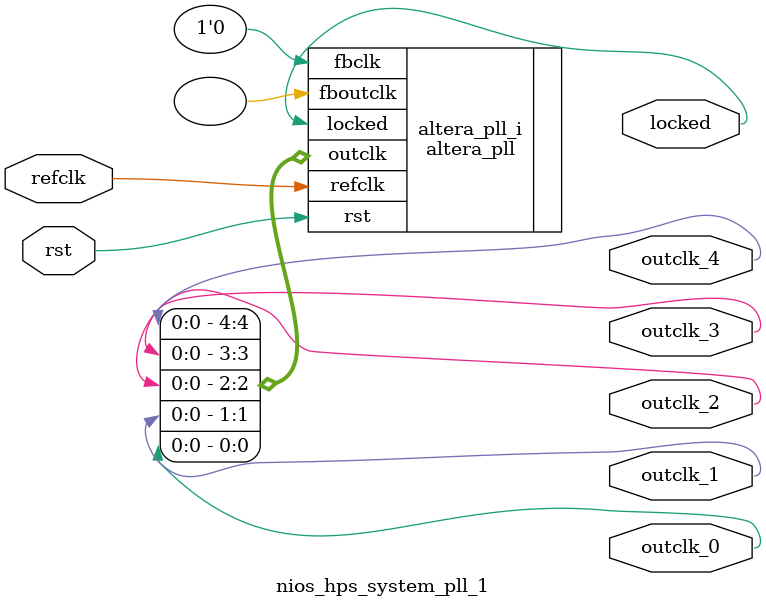
<source format=v>
`timescale 1ns/10ps
module  nios_hps_system_pll_1(

	// interface 'refclk'
	input wire refclk,

	// interface 'reset'
	input wire rst,

	// interface 'outclk0'
	output wire outclk_0,

	// interface 'outclk1'
	output wire outclk_1,

	// interface 'outclk2'
	output wire outclk_2,

	// interface 'outclk3'
	output wire outclk_3,

	// interface 'outclk4'
	output wire outclk_4,

	// interface 'locked'
	output wire locked
);

	altera_pll #(
		.fractional_vco_multiplier("false"),
		.reference_clock_frequency("50.0 MHz"),
		.operation_mode("direct"),
		.number_of_clocks(5),
		.output_clock_frequency0("65.000000 MHz"),
		.phase_shift0("0 ps"),
		.duty_cycle0(50),
		.output_clock_frequency1("108.333333 MHz"),
		.phase_shift1("0 ps"),
		.duty_cycle1(50),
		.output_clock_frequency2("86.666666 MHz"),
		.phase_shift2("0 ps"),
		.duty_cycle2(50),
		.output_clock_frequency3("162.500000 MHz"),
		.phase_shift3("0 ps"),
		.duty_cycle3(50),
		.output_clock_frequency4("144.444444 MHz"),
		.phase_shift4("0 ps"),
		.duty_cycle4(50),
		.output_clock_frequency5("0 MHz"),
		.phase_shift5("0 ps"),
		.duty_cycle5(50),
		.output_clock_frequency6("0 MHz"),
		.phase_shift6("0 ps"),
		.duty_cycle6(50),
		.output_clock_frequency7("0 MHz"),
		.phase_shift7("0 ps"),
		.duty_cycle7(50),
		.output_clock_frequency8("0 MHz"),
		.phase_shift8("0 ps"),
		.duty_cycle8(50),
		.output_clock_frequency9("0 MHz"),
		.phase_shift9("0 ps"),
		.duty_cycle9(50),
		.output_clock_frequency10("0 MHz"),
		.phase_shift10("0 ps"),
		.duty_cycle10(50),
		.output_clock_frequency11("0 MHz"),
		.phase_shift11("0 ps"),
		.duty_cycle11(50),
		.output_clock_frequency12("0 MHz"),
		.phase_shift12("0 ps"),
		.duty_cycle12(50),
		.output_clock_frequency13("0 MHz"),
		.phase_shift13("0 ps"),
		.duty_cycle13(50),
		.output_clock_frequency14("0 MHz"),
		.phase_shift14("0 ps"),
		.duty_cycle14(50),
		.output_clock_frequency15("0 MHz"),
		.phase_shift15("0 ps"),
		.duty_cycle15(50),
		.output_clock_frequency16("0 MHz"),
		.phase_shift16("0 ps"),
		.duty_cycle16(50),
		.output_clock_frequency17("0 MHz"),
		.phase_shift17("0 ps"),
		.duty_cycle17(50),
		.pll_type("General"),
		.pll_subtype("General")
	) altera_pll_i (
		.rst	(rst),
		.outclk	({outclk_4, outclk_3, outclk_2, outclk_1, outclk_0}),
		.locked	(locked),
		.fboutclk	( ),
		.fbclk	(1'b0),
		.refclk	(refclk)
	);
endmodule


</source>
